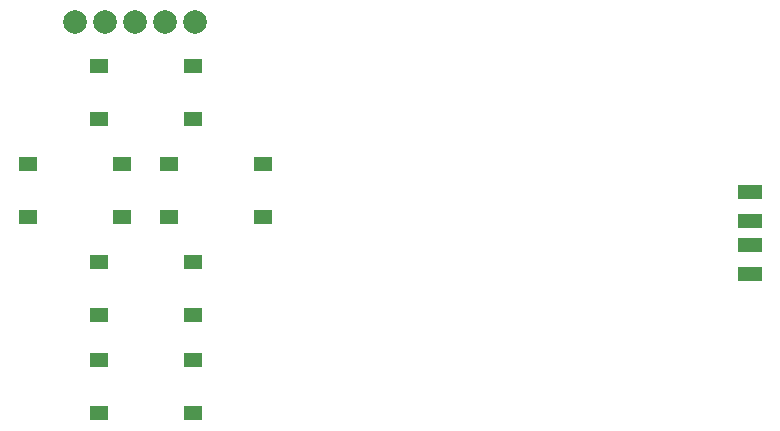
<source format=gbp>
%TF.GenerationSoftware,KiCad,Pcbnew,(5.1.12)-1*%
%TF.CreationDate,2023-03-06T18:53:53+01:00*%
%TF.ProjectId,C4V1,43345631-2e6b-4696-9361-645f70636258,rev?*%
%TF.SameCoordinates,Original*%
%TF.FileFunction,Paste,Bot*%
%TF.FilePolarity,Positive*%
%FSLAX46Y46*%
G04 Gerber Fmt 4.6, Leading zero omitted, Abs format (unit mm)*
G04 Created by KiCad (PCBNEW (5.1.12)-1) date 2023-03-06 18:53:53*
%MOMM*%
%LPD*%
G01*
G04 APERTURE LIST*
%ADD10R,1.550000X1.300000*%
%ADD11C,2.000000*%
%ADD12R,2.000000X1.200000*%
G04 APERTURE END LIST*
D10*
X67825000Y-114650000D03*
X67825000Y-110150000D03*
X75775000Y-110150000D03*
X75775000Y-114650000D03*
X61825000Y-122950000D03*
X61825000Y-118450000D03*
X69775000Y-118450000D03*
X69775000Y-122950000D03*
D11*
X70020000Y-98120000D03*
X67480000Y-98120000D03*
X64940000Y-98120000D03*
X62400000Y-98120000D03*
X59860000Y-98120000D03*
D12*
X117000000Y-112500000D03*
X117000000Y-115000000D03*
X117000000Y-117000000D03*
X117000000Y-119500000D03*
D10*
X61825000Y-131250000D03*
X61825000Y-126750000D03*
X69775000Y-126750000D03*
X69775000Y-131250000D03*
X55825000Y-114650000D03*
X55825000Y-110150000D03*
X63775000Y-110150000D03*
X63775000Y-114650000D03*
X61825000Y-106350000D03*
X61825000Y-101850000D03*
X69775000Y-101850000D03*
X69775000Y-106350000D03*
M02*

</source>
